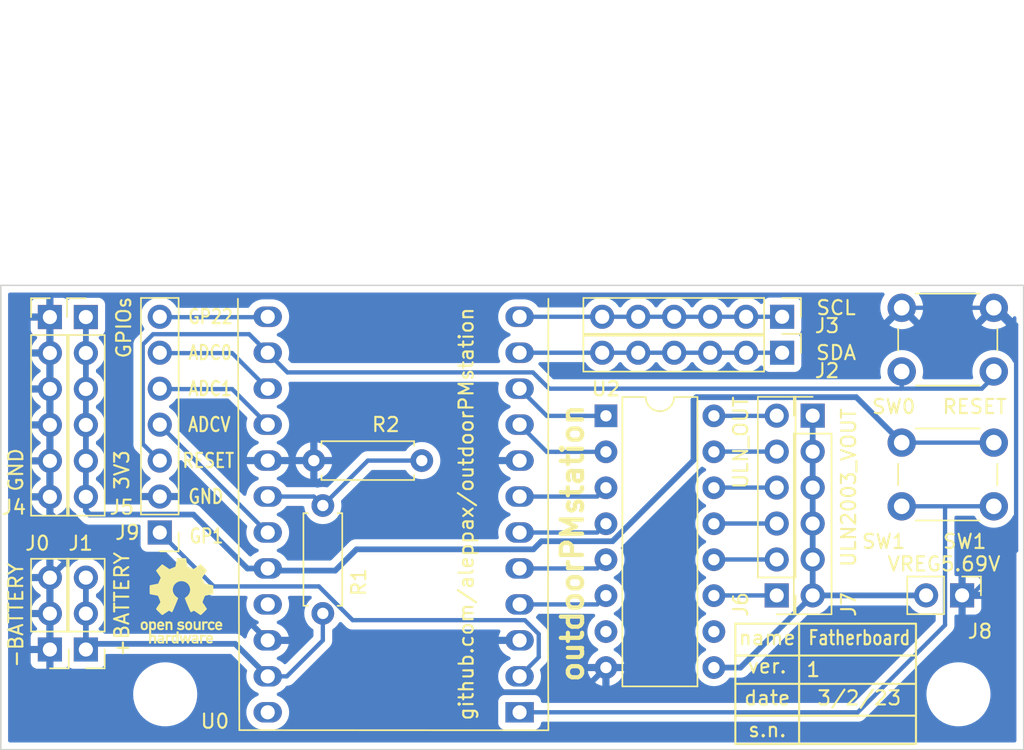
<source format=kicad_pcb>
(kicad_pcb (version 20211014) (generator pcbnew)
  (layers (0 "F.Cu" signal) (31 "B.Cu" signal) (34 "B.Paste" user) (35 "F.Paste" user) (36 "B.SilkS" user "B.Silkscreen") (37 "F.SilkS" user "F.Silkscreen") (38 "B.Mask" user) (39 "F.Mask" user) (44 "Edge.Cuts" user))
  (net 0 "")
  (net 1 "GND")
  (net 2 "Net-(J1-Pad1)")
  (net 3 "I2C_SDA")
  (net 4 "I2C_SCL")
  (net 5 "3V3")
  (net 6 "/GP1")
  (net 7 "Net-(J6-Pad1)")
  (net 8 "Net-(J6-Pad2)")
  (net 9 "Net-(J6-Pad3)")
  (net 10 "Net-(J6-Pad4)")
  (net 11 "Net-(J6-Pad5)")
  (net 12 "Net-(J6-Pad6)")
  (net 13 "/GP22")
  (net 14 "/ADC1")
  (net 15 "/ADC0")
  (net 16 "Net-(U0-Pad4)")
  (net 17 "Net-(U0-Pad5)")
  (net 18 "Net-(U0-Pad6)")
  (net 19 "Net-(J7-Pad1)")
  (net 20 "/ADC_VREF")
  (net 21 "Net-(R1-Pad1)")
  (net 22 "Net-(U0-Pad7)")
  (net 23 "Net-(U0-Pad9)")
  (net 24 "Net-(U0-Pad10)")
  (net 28 "/GP0")
  (net 29 "/RESET")
  (footprint "Connector_PinHeader_2.54mm:PinHeader_1x03_P2.54mm_Vertical" (layer "F.Cu") (at 110.86 107.325 180)
    (fp_text reference "J0" (at 0.878 7.503) (layer "F.SilkS"))
    (fp_text value "-BATTERY" (at 2.402 2.423 90) (layer "F.SilkS"))
    (pad "1" thru_hole rect (at 0 0 180) (size 1.7 1.7) (drill 1) (layers *.Cu *.Mask) (net 1 "GND"))
    (pad "2" thru_hole oval (at 0 2.54 180) (size 1.7 1.7) (drill 1) (layers *.Cu *.Mask) (net 1 "GND"))
    (pad "3" thru_hole oval (at 0 5.08 180) (size 1.7 1.7) (drill 1) (layers *.Cu *.Mask) (net 1 "GND"))
  )
  (footprint "Connector_PinHeader_2.54mm:PinHeader_1x07_P2.54mm_Vertical" (layer "F.Cu") (at 118.618 99.06 180)
    (fp_text reference "J9" (at 2.286 0 180) (layer "F.SilkS"))
    (fp_text value "GPIOs" (at 2.54 14.478 270) (layer "F.SilkS"))
    (pad "1" thru_hole rect (at 0 0 180) (size 1.7 1.7) (drill 1) (layers *.Cu *.Mask) (net 6 "/GP1"))
    (pad "2" thru_hole oval (at 0 2.54 180) (size 1.7 1.7) (drill 1) (layers *.Cu *.Mask) (net 1 "GND"))
    (pad "3" thru_hole oval (at 0 5.08 180) (size 1.7 1.7) (drill 1) (layers *.Cu *.Mask) (net 29 "/RESET"))
    (pad "4" thru_hole oval (at 0 7.62 180) (size 1.7 1.7) (drill 1) (layers *.Cu *.Mask) (net 20 "/ADC_VREF"))
    (pad "5" thru_hole oval (at 0 10.16 180) (size 1.7 1.7) (drill 1) (layers *.Cu *.Mask) (net 14 "/ADC1"))
    (pad "6" thru_hole oval (at 0 12.7 180) (size 1.7 1.7) (drill 1) (layers *.Cu *.Mask) (net 15 "/ADC0"))
    (pad "7" thru_hole oval (at 0 15.24 180) (size 1.7 1.7) (drill 1) (layers *.Cu *.Mask) (net 13 "/GP22"))
  )
  (footprint "MountingHole:MountingHole_3.5mm" (layer "F.Cu") (at 175 110.49 180)
    (fp_text reference "REF**" hide)
    (fp_text value "MountingHole_3.5mm" hide)
    (pad "" np_thru_hole circle (at 0 0 180) (size 3.5 3.5) (drill 3.5) (layers *.Cu *.Mask))
  )
  (footprint "MountingHole:MountingHole_3.5mm" (layer "F.Cu") (at 119 110.49 180)
    (fp_text reference "REF**" hide)
    (fp_text value "MountingHole_3.5mm" hide)
    (pad "" np_thru_hole circle (at 0 0 180) (size 3.5 3.5) (drill 3.5) (layers *.Cu *.Mask))
  )
  (footprint "Connector_PinHeader_2.54mm:PinHeader_1x06_P2.54mm_Vertical" (layer "F.Cu") (at 162.169 103.505 180)
    (fp_text reference "J6" (at 2.54 -0.635 90) (layer "F.SilkS"))
    (fp_text value "ULN_OUT" (at 2.54 10.795 90) (layer "F.SilkS"))
    (pad "1" thru_hole rect (at 0 0 180) (size 1.7 1.7) (drill 1) (layers *.Cu *.Mask) (net 7 "Net-(J6-Pad1)"))
    (pad "2" thru_hole oval (at 0 2.54 180) (size 1.7 1.7) (drill 1) (layers *.Cu *.Mask) (net 8 "Net-(J6-Pad2)"))
    (pad "3" thru_hole oval (at 0 5.08 180) (size 1.7 1.7) (drill 1) (layers *.Cu *.Mask) (net 9 "Net-(J6-Pad3)"))
    (pad "4" thru_hole oval (at 0 7.62 180) (size 1.7 1.7) (drill 1) (layers *.Cu *.Mask) (net 10 "Net-(J6-Pad4)"))
    (pad "5" thru_hole oval (at 0 10.16 180) (size 1.7 1.7) (drill 1) (layers *.Cu *.Mask) (net 11 "Net-(J6-Pad5)"))
    (pad "6" thru_hole oval (at 0 12.7 180) (size 1.7 1.7) (drill 1) (layers *.Cu *.Mask) (net 12 "Net-(J6-Pad6)"))
  )
  (footprint "Package_DIP:DIP-16_W7.62mm" (layer "F.Cu") (at 150.114 90.82)
    (fp_text reference "U2" (at 0 -1.905) (layer "F.SilkS"))
    (fp_text value "ULN2003A")
    (pad "1" thru_hole rect (at 0 0) (size 1.6 1.6) (drill 0.8) (layers *.Cu *.Mask) (net 24 "Net-(U0-Pad10)"))
    (pad "2" thru_hole oval (at 0 2.54) (size 1.6 1.6) (drill 0.8) (layers *.Cu *.Mask) (net 23 "Net-(U0-Pad9)"))
    (pad "3" thru_hole oval (at 0 5.08) (size 1.6 1.6) (drill 0.8) (layers *.Cu *.Mask) (net 22 "Net-(U0-Pad7)"))
    (pad "4" thru_hole oval (at 0 7.62) (size 1.6 1.6) (drill 0.8) (layers *.Cu *.Mask) (net 18 "Net-(U0-Pad6)"))
    (pad "5" thru_hole oval (at 0 10.16) (size 1.6 1.6) (drill 0.8) (layers *.Cu *.Mask) (net 17 "Net-(U0-Pad5)"))
    (pad "6" thru_hole oval (at 0 12.7) (size 1.6 1.6) (drill 0.8) (layers *.Cu *.Mask) (net 16 "Net-(U0-Pad4)"))
    (pad "7" thru_hole oval (at 0 15.24) (size 1.6 1.6) (drill 0.8) (layers *.Cu *.Mask) (net 6 "/GP1"))
    (pad "8" thru_hole oval (at 0 17.78) (size 1.6 1.6) (drill 0.8) (layers *.Cu *.Mask) (net 1 "GND"))
    (pad "9" thru_hole oval (at 7.62 17.78) (size 1.6 1.6) (drill 0.8) (layers *.Cu *.Mask) (net 19 "Net-(J7-Pad1)"))
    (pad "10" thru_hole oval (at 7.62 15.24) (size 1.6 1.6) (drill 0.8) (layers *.Cu *.Mask))
    (pad "11" thru_hole oval (at 7.62 12.7) (size 1.6 1.6) (drill 0.8) (layers *.Cu *.Mask) (net 7 "Net-(J6-Pad1)"))
    (pad "12" thru_hole oval (at 7.62 10.16) (size 1.6 1.6) (drill 0.8) (layers *.Cu *.Mask) (net 8 "Net-(J6-Pad2)"))
    (pad "13" thru_hole oval (at 7.62 7.62) (size 1.6 1.6) (drill 0.8) (layers *.Cu *.Mask) (net 9 "Net-(J6-Pad3)"))
    (pad "14" thru_hole oval (at 7.62 5.08) (size 1.6 1.6) (drill 0.8) (layers *.Cu *.Mask) (net 10 "Net-(J6-Pad4)"))
    (pad "15" thru_hole oval (at 7.62 2.54) (size 1.6 1.6) (drill 0.8) (layers *.Cu *.Mask) (net 11 "Net-(J6-Pad5)"))
    (pad "16" thru_hole oval (at 7.62 0) (size 1.6 1.6) (drill 0.8) (layers *.Cu *.Mask) (net 12 "Net-(J6-Pad6)"))
  )
  (footprint "Connector_PinHeader_2.54mm:PinHeader_1x06_P2.54mm_Vertical" (layer "F.Cu") (at 113.4 83.84)
    (fp_text reference "J5" (at 2.54 13.442) (layer "F.SilkS"))
    (fp_text value "3V3" (at 2.54 10.795 90) (layer "F.SilkS"))
    (pad "1" thru_hole rect (at 0 0) (size 1.7 1.7) (drill 1) (layers *.Cu *.Mask) (net 5 "3V3"))
    (pad "2" thru_hole oval (at 0 2.54) (size 1.7 1.7) (drill 1) (layers *.Cu *.Mask) (net 5 "3V3"))
    (pad "3" thru_hole oval (at 0 5.08) (size 1.7 1.7) (drill 1) (layers *.Cu *.Mask) (net 5 "3V3"))
    (pad "4" thru_hole oval (at 0 7.62) (size 1.7 1.7) (drill 1) (layers *.Cu *.Mask) (net 5 "3V3"))
    (pad "5" thru_hole oval (at 0 10.16) (size 1.7 1.7) (drill 1) (layers *.Cu *.Mask) (net 5 "3V3"))
    (pad "6" thru_hole oval (at 0 12.7) (size 1.7 1.7) (drill 1) (layers *.Cu *.Mask) (net 5 "3V3"))
  )
  (footprint "Connector_PinHeader_2.54mm:PinHeader_1x06_P2.54mm_Vertical" (layer "F.Cu") (at 110.86 83.84)
    (fp_text reference "J4" (at -2.54 13.442) (layer "F.SilkS"))
    (fp_text value "GND" (at -2.402 10.795 90) (layer "F.SilkS"))
    (pad "1" thru_hole rect (at 0 0) (size 1.7 1.7) (drill 1) (layers *.Cu *.Mask) (net 1 "GND"))
    (pad "2" thru_hole oval (at 0 2.54) (size 1.7 1.7) (drill 1) (layers *.Cu *.Mask) (net 1 "GND"))
    (pad "3" thru_hole oval (at 0 5.08) (size 1.7 1.7) (drill 1) (layers *.Cu *.Mask) (net 1 "GND"))
    (pad "4" thru_hole oval (at 0 7.62) (size 1.7 1.7) (drill 1) (layers *.Cu *.Mask) (net 1 "GND"))
    (pad "5" thru_hole oval (at 0 10.16) (size 1.7 1.7) (drill 1) (layers *.Cu *.Mask) (net 1 "GND"))
    (pad "6" thru_hole oval (at 0 12.7) (size 1.7 1.7) (drill 1) (layers *.Cu *.Mask) (net 1 "GND"))
  )
  (footprint "Button_Switch_THT:SW_PUSH_6mm_H5mm" (layer "F.Cu") (at 170.994 92.71)
    (fp_text reference "SW1" (at -1.27 6.985) (layer "F.SilkS"))
    (fp_text value "SW1" (at 4.445 6.985) (layer "F.SilkS"))
    (pad "1" thru_hole circle (at 0 0 90) (size 2 2) (drill 1.1) (layers *.Cu *.Mask) (net 5 "3V3"))
    (pad "1" thru_hole circle (at 6.5 0 90) (size 2 2) (drill 1.1) (layers *.Cu *.Mask) (net 5 "3V3"))
    (pad "2" thru_hole circle (at 6.5 4.5 90) (size 2 2) (drill 1.1) (layers *.Cu *.Mask) (net 28 "/GP0"))
    (pad "2" thru_hole circle (at 0 4.5 90) (size 2 2) (drill 1.1) (layers *.Cu *.Mask) (net 28 "/GP0"))
  )
  (footprint "Connector_PinHeader_2.54mm:PinHeader_1x06_P2.54mm_Vertical" (layer "F.Cu") (at 164.709 90.805)
    (fp_text reference "J7" (at 2.54 13.335 90) (layer "F.SilkS"))
    (fp_text value "ULN2003_VOUT" (at 2.54 5.08 90) (layer "F.SilkS"))
    (pad "1" thru_hole rect (at 0 0) (size 1.7 1.7) (drill 1) (layers *.Cu *.Mask) (net 19 "Net-(J7-Pad1)"))
    (pad "2" thru_hole oval (at 0 2.54) (size 1.7 1.7) (drill 1) (layers *.Cu *.Mask) (net 19 "Net-(J7-Pad1)"))
    (pad "3" thru_hole oval (at 0 5.08) (size 1.7 1.7) (drill 1) (layers *.Cu *.Mask) (net 19 "Net-(J7-Pad1)"))
    (pad "4" thru_hole oval (at 0 7.62) (size 1.7 1.7) (drill 1) (layers *.Cu *.Mask) (net 19 "Net-(J7-Pad1)"))
    (pad "5" thru_hole oval (at 0 10.16) (size 1.7 1.7) (drill 1) (layers *.Cu *.Mask) (net 19 "Net-(J7-Pad1)"))
    (pad "6" thru_hole oval (at 0 12.7) (size 1.7 1.7) (drill 1) (layers *.Cu *.Mask) (net 19 "Net-(J7-Pad1)"))
  )
  (footprint "Socket:DIP_Socket-24_W11.9_W12.7_W15.24_W17.78_W18.5_3M_224-1275-00-0602J" (layer "F.Cu") (at 144.018 111.76 180)
    (fp_text reference "U0" (at 21.51 -0.635) (layer "F.SilkS"))
    (fp_text value "Raspberry_Pi_Pico_W")
    (pad "1" thru_hole rect (at 0 0 180) (size 2 1.44) (drill 1) (layers *.Cu *.Mask) (net 28 "/GP0"))
    (pad "2" thru_hole oval (at 0 2.54 180) (size 2 1.44) (drill 1) (layers *.Cu *.Mask) (net 6 "/GP1"))
    (pad "3" thru_hole oval (at 0 5.08 180) (size 2 1.44) (drill 1) (layers *.Cu *.Mask) (net 1 "GND"))
    (pad "4" thru_hole oval (at 0 7.62 180) (size 2 1.44) (drill 1) (layers *.Cu *.Mask) (net 16 "Net-(U0-Pad4)"))
    (pad "5" thru_hole oval (at 0 10.16 180) (size 2 1.44) (drill 1) (layers *.Cu *.Mask) (net 17 "Net-(U0-Pad5)"))
    (pad "6" thru_hole oval (at 0 12.7 180) (size 2 1.44) (drill 1) (layers *.Cu *.Mask) (net 18 "Net-(U0-Pad6)"))
    (pad "7" thru_hole oval (at 0 15.24 180) (size 2 1.44) (drill 1) (layers *.Cu *.Mask) (net 22 "Net-(U0-Pad7)"))
    (pad "8" thru_hole oval (at 0 17.78 180) (size 2 1.44) (drill 1) (layers *.Cu *.Mask) (net 1 "GND"))
    (pad "9" thru_hole oval (at 0 20.32 180) (size 2 1.44) (drill 1) (layers *.Cu *.Mask) (net 23 "Net-(U0-Pad9)"))
    (pad "10" thru_hole oval (at 0 22.86 180) (size 2 1.44) (drill 1) (layers *.Cu *.Mask) (net 24 "Net-(U0-Pad10)"))
    (pad "11" thru_hole oval (at 0 25.4 180) (size 2 1.44) (drill 1) (layers *.Cu *.Mask) (net 3 "I2C_SDA"))
    (pad "12" thru_hole oval (at 0 27.94 180) (size 2 1.44) (drill 1) (layers *.Cu *.Mask) (net 4 "I2C_SCL"))
    (pad "29" thru_hole oval (at 17.78 27.94 180) (size 2 1.44) (drill 1) (layers *.Cu *.Mask) (net 13 "/GP22"))
    (pad "30" thru_hole oval (at 17.78 25.4 180) (size 2 1.44) (drill 1) (layers *.Cu *.Mask) (net 29 "/RESET"))
    (pad "31" thru_hole oval (at 17.78 22.86 180) (size 2 1.44) (drill 1) (layers *.Cu *.Mask) (net 15 "/ADC0"))
    (pad "32" thru_hole oval (at 17.78 20.32 180) (size 2 1.44) (drill 1) (layers *.Cu *.Mask) (net 14 "/ADC1"))
    (pad "33" thru_hole oval (at 17.78 17.78 180) (size 2 1.44) (drill 1) (layers *.Cu *.Mask) (net 1 "GND"))
    (pad "34" thru_hole oval (at 17.78 15.24 180) (size 2 1.44) (drill 1) (layers *.Cu *.Mask) (net 21 "Net-(R1-Pad1)"))
    (pad "35" thru_hole oval (at 17.78 12.7 180) (size 2 1.44) (drill 1) (layers *.Cu *.Mask) (net 20 "/ADC_VREF"))
    (pad "36" thru_hole oval (at 17.78 10.16 180) (size 2 1.44) (drill 1) (layers *.Cu *.Mask) (net 5 "3V3"))
    (pad "37" thru_hole oval (at 17.78 7.62 180) (size 2 1.44) (drill 1) (layers *.Cu *.Mask))
    (pad "38" thru_hole oval (at 17.78 5.08 180) (size 2 1.44) (drill 1) (layers *.Cu *.Mask) (net 1 "GND"))
    (pad "39" thru_hole oval (at 17.78 2.54 180) (size 2 1.44) (drill 1) (layers *.Cu *.Mask) (net 2 "Net-(J1-Pad1)"))
    (pad "40" thru_hole oval (at 17.78 0 180) (size 2 1.44) (drill 1) (layers *.Cu *.Mask))
  )
  (footprint "Connector_PinHeader_2.54mm:PinHeader_1x03_P2.54mm_Vertical" (layer "F.Cu") (at 113.4 107.325 180)
    (fp_text reference "J1" (at 0.37 7.503) (layer "F.SilkS"))
    (fp_text value "+BATTERY" (at -2.54 3.185 90) (layer "F.SilkS"))
    (pad "1" thru_hole rect (at 0 0 180) (size 1.7 1.7) (drill 1) (layers *.Cu *.Mask) (net 2 "Net-(J1-Pad1)"))
    (pad "2" thru_hole oval (at 0 2.54 180) (size 1.7 1.7) (drill 1) (layers *.Cu *.Mask) (net 2 "Net-(J1-Pad1)"))
    (pad "3" thru_hole oval (at 0 5.08 180) (size 1.7 1.7) (drill 1) (layers *.Cu *.Mask) (net 2 "Net-(J1-Pad1)"))
  )
  (footprint "Resistor_THT:R_Axial_DIN0207_L6.3mm_D2.5mm_P7.62mm_Horizontal" (layer "F.Cu") (at 137.113 93.98 180)
    (fp_text reference "R2" (at 2.54 2.54) (layer "F.SilkS"))
    (fp_text value "30K")
    (pad "1" thru_hole circle (at 0 0 180) (size 1.6 1.6) (drill 0.8) (layers *.Cu *.Mask) (net 21 "Net-(R1-Pad1)"))
    (pad "2" thru_hole oval (at 7.62 0 180) (size 1.6 1.6) (drill 0.8) (layers *.Cu *.Mask) (net 1 "GND"))
  )
  (footprint "Symbol:OSHW-Logo_5.7x6mm_SilkScreen" (layer "F.Cu") (at 120.142 103.886)
    (fp_text reference "REF**" hide)
    (fp_text value "OSHW-Logo_5.7x6mm_SilkScreen" hide)
  )
  (footprint "Connector_PinHeader_2.54mm:PinHeader_1x06_P2.54mm_Vertical" (layer "F.Cu") (at 162.55 86.36 -90)
    (fp_text reference "J2" (at 1.27 -3.175 -180) (layer "F.SilkS"))
    (fp_text value "SDA" (at 0 -3.81) (layer "F.SilkS"))
    (pad "1" thru_hole rect (at 0 0 270) (size 1.7 1.7) (drill 1) (layers *.Cu *.Mask) (net 3 "I2C_SDA"))
    (pad "2" thru_hole oval (at 0 2.54 270) (size 1.7 1.7) (drill 1) (layers *.Cu *.Mask) (net 3 "I2C_SDA"))
    (pad "3" thru_hole oval (at 0 5.08 270) (size 1.7 1.7) (drill 1) (layers *.Cu *.Mask) (net 3 "I2C_SDA"))
    (pad "4" thru_hole oval (at 0 7.62 270) (size 1.7 1.7) (drill 1) (layers *.Cu *.Mask) (net 3 "I2C_SDA"))
    (pad "5" thru_hole oval (at 0 10.16 270) (size 1.7 1.7) (drill 1) (layers *.Cu *.Mask) (net 3 "I2C_SDA"))
    (pad "6" thru_hole oval (at 0 12.7 270) (size 1.7 1.7) (drill 1) (layers *.Cu *.Mask) (net 3 "I2C_SDA"))
  )
  (footprint "Resistor_THT:R_Axial_DIN0207_L6.3mm_D2.5mm_P7.62mm_Horizontal" (layer "F.Cu") (at 130.128 97.155 -90)
    (fp_text reference "R1" (at 5.41 -2.54 90) (layer "F.SilkS"))
    (fp_text value "20K")
    (pad "1" thru_hole circle (at 0 0 270) (size 1.6 1.6) (drill 0.8) (layers *.Cu *.Mask) (net 21 "Net-(R1-Pad1)"))
    (pad "2" thru_hole oval (at 7.62 0 270) (size 1.6 1.6) (drill 0.8) (layers *.Cu *.Mask) (net 2 "Net-(J1-Pad1)"))
  )
  (footprint "Connector_PinHeader_2.54mm:PinHeader_1x02_P2.54mm_Vertical" (layer "F.Cu") (at 175.255 103.5 -90)
    (fp_text reference "J8" (at 2.54 -1.265) (layer "F.SilkS"))
    (fp_text value "VREG5.69V" (at -2.215 1.275) (layer "F.SilkS"))
    (pad "1" thru_hole rect (at 0 0 270) (size 1.7 1.7) (drill 1) (layers *.Cu *.Mask) (net 1 "GND"))
    (pad "2" thru_hole oval (at 0 2.54 270) (size 1.7 1.7) (drill 1) (layers *.Cu *.Mask) (net 19 "Net-(J7-Pad1)"))
  )
  (footprint "Button_Switch_THT:SW_PUSH_6mm_H5mm" (layer "F.Cu") (at 170.994 83.185)
    (fp_text reference "SW0" (at -0.56 6.985) (layer "F.SilkS"))
    (fp_text value "RESET" (at 5.155 6.985 180) (layer "F.SilkS"))
    (pad "1" thru_hole circle (at 0 0 90) (size 2 2) (drill 1.1) (layers *.Cu *.Mask) (net 1 "GND"))
    (pad "1" thru_hole circle (at 6.5 0 90) (size 2 2) (drill 1.1) (layers *.Cu *.Mask) (net 1 "GND"))
    (pad "2" thru_hole circle (at 0 4.5 90) (size 2 2) (drill 1.1) (layers *.Cu *.Mask) (net 29 "/RESET"))
    (pad "2" thru_hole circle (at 6.5 4.5 90) (size 2 2) (drill 1.1) (layers *.Cu *.Mask) (net 29 "/RESET"))
  )
  (footprint "Connector_PinHeader_2.54mm:PinHeader_1x06_P2.54mm_Vertical" (layer "F.Cu") (at 162.55 83.82 -90)
    (fp_text reference "J3" (at 0.635 -3.175 -180) (layer "F.SilkS"))
    (fp_text value "SCL" (at -0.635 -3.81) (layer "F.SilkS"))
    (pad "1" thru_hole rect (at 0 0 270) (size 1.7 1.7) (drill 1) (layers *.Cu *.Mask) (net 4 "I2C_SCL"))
    (pad "2" thru_hole oval (at 0 2.54 270) (size 1.7 1.7) (drill 1) (layers *.Cu *.Mask) (net 4 "I2C_SCL"))
    (pad "3" thru_hole oval (at 0 5.08 270) (size 1.7 1.7) (drill 1) (layers *.Cu *.Mask) (net 4 "I2C_SCL"))
    (pad "4" thru_hole oval (at 0 7.62 270) (size 1.7 1.7) (drill 1) (layers *.Cu *.Mask) (net 4 "I2C_SCL"))
    (pad "5" thru_hole oval (at 0 10.16 270) (size 1.7 1.7) (drill 1) (layers *.Cu *.Mask) (net 4 "I2C_SCL"))
    (pad "6" thru_hole oval (at 0 12.7 270) (size 1.7 1.7) (drill 1) (layers *.Cu *.Mask) (net 4 "I2C_SCL"))
  )
  (gr_line (start 159.25 109.75) (end 172 109.75) (layer "F.SilkS") (width 0.15))
  (gr_line (start 159.25 107.75) (end 172 107.75) (layer "F.SilkS") (width 0.15))
  (gr_line (start 159.25 112) (end 172 112) (layer "F.SilkS") (width 0.15))
  (gr_line (start 163.75 105.5) (end 163.75 114) (layer "F.SilkS") (width 0.15))
  (gr_rect (start 159.25 105.5) (end 172 114) (layer "F.SilkS") (width 0.15) (fill none))
  (gr_line (start 179.6 114.4) (end 179.6 81.6) (layer "Edge.Cuts") (width 0.1))
  (gr_line (start 107.4 114.4) (end 179.6 114.4) (layer "Edge.Cuts") (width 0.1))
  (gr_line (start 107.4 81.6) (end 107.4 114.4) (layer "Edge.Cuts") (width 0.1))
  (gr_line (start 179.6 81.6) (end 107.4 81.6) (layer "Edge.Cuts") (width 0.1))
  (gr_text "name" (at 161.5 106.5) (layer "F.SilkS") (effects (font (size 1 1))))
  (gr_text "3/2/23" (at 168 110.75) (layer "F.SilkS") (effects (font (size 1 1))))
  (gr_text "ADCV" (at 123.698 91.44) (layer "F.SilkS") (effects (font (size 1 0.8)) (justify right)))
  (gr_text "Fatherboard" (at 168 106.5) (layer "F.SilkS") (effects (font (size 1 0.8))))
  (gr_text "date" (at 161.5 110.75) (layer "F.SilkS") (effects (font (size 1 1))))
  (gr_text "GP1" (at 123.19 99.314) (layer "F.SilkS") (effects (font (size 1 0.8)) (justify right)))
  (gr_text "outdoorPMstation" (at 147.75 99.822 90) (layer "F.SilkS") (effects (font (size 1.5 1.5) (thickness 0.3))))
  (gr_text "s.n." (at 161.5 113) (layer "F.SilkS") (effects (font (size 1 1))))
  (gr_text "ADC1" (at 122.174 88.9) (layer "F.SilkS") (effects (font (size 1 0.8))))
  (gr_text "GP22" (at 122.2 83.82) (layer "F.SilkS") (effects (font (size 1 0.8))))
  (gr_text "ver." (at 161.5 108.5) (layer "F.SilkS") (effects (font (size 1 1))))
  (gr_text "github.com/aleppax/outdoorPMstation" (at 140.25 97.75 90) (layer "F.SilkS") (effects (font (size 1 1))))
  (gr_text "1" (at 164.75 108.75) (layer "F.SilkS") (effects (font (size 1 1))))
  (gr_text "GND" (at 123.19 96.52) (layer "F.SilkS") (effects (font (size 1 0.8)) (justify right)))
  (gr_text "RESET" (at 123.952 93.98) (layer "F.SilkS") (effects (font (size 1 0.8)) (justify right)))
  (gr_text "ADC0" (at 122.174 86.36) (layer "F.SilkS") (effects (font (size 1 0.8))))
  (segment (start 179.07 84.39) (end 177.865 83.185) (width 0.3048) (layer "B.Cu") (net 1))
  (segment (start 113 99.8) (end 110.86 97.66) (width 0.4064) (layer "B.Cu") (net 1))
  (segment (start 148.3708 110.3432) (end 142.0932 110.3432) (width 0.4064) (layer "B.Cu") (net 1))
  (segment (start 123.758 104.2) (end 117.6 104.2) (width 0.4064) (layer "B.Cu") (net 1))
  (segment (start 113.2 99.8) (end 113 99.8) (width 0.4064) (layer "B.Cu") (net 1))
  (segment (start 177.865 83.185) (end 171.365 83.185) (width 0.3048) (layer "B.Cu") (net 1))
  (segment (start 126.238 106.68) (end 123.758 104.2) (width 0.4064) (layer "B.Cu") (net 1))
  (segment (start 144.463 93.98) (end 144.018 93.98) (width 0.4064) (layer "B.Cu") (net 1))
  (segment (start 179.07 100.325) (end 179.07 84.39) (width 0.3048) (layer "B.Cu") (net 1))
  (segment (start 110.86 97.66) (end 110.86 96.54) (width 0.4064) (layer "B.Cu") (net 1))
  (segment (start 175.895 103.5) (end 179.07 100.325) (width 0.3048) (layer "B.Cu") (net 1))
  (segment (start 142.0932 110.3432) (end 141.75 110) (width 0.4064) (layer "B.Cu") (net 1))
  (segment (start 110.86 102.245) (end 110.86 107.325) (width 0.4064) (layer "B.Cu") (net 1))
  (segment (start 150.114 108.6) (end 148.3708 110.3432) (width 0.4064) (layer "B.Cu") (net 1))
  (segment (start 142.07 106.68) (end 144.018 106.68) (width 0.4064) (layer "B.Cu") (net 1))
  (segment (start 113 100.105) (end 113 99.8) (width 0.4064) (layer "B.Cu") (net 1))
  (segment (start 110.86 102.245) (end 113 100.105) (width 0.4064) (layer "B.Cu") (net 1))
  (segment (start 110.86 96.54) (end 110.86 83.84) (width 0.4064) (layer "B.Cu") (net 1))
  (segment (start 117.6 104.2) (end 113.2 99.8) (width 0.4064) (layer "B.Cu") (net 1))
  (segment (start 141.75 107) (end 142.07 106.68) (width 0.4064) (layer "B.Cu") (net 1))
  (segment (start 141.75 110) (end 141.75 107) (width 0.4064) (layer "B.Cu") (net 1))
  (segment (start 175.255 103.5) (end 175.895 103.5) (width 0.3048) (layer "B.Cu") (net 1))
  (segment (start 129.493 93.98) (end 126.238 93.98) (width 0.3048) (layer "B.Cu") (net 1))
  (segment (start 126.238 109.22) (end 127.588 109.22) (width 0.3048) (layer "B.Cu") (net 2))
  (segment (start 123.943 106.925) (end 126.238 109.22) (width 0.4064) (layer "B.Cu") (net 2))
  (segment (start 113.4 102.245) (end 113.4 107.325) (width 0.4064) (layer "B.Cu") (net 2))
  (segment (start 130.128 106.68) (end 130.128 104.775) (width 0.3048) (layer "B.Cu") (net 2))
  (segment (start 127.588 109.22) (end 130.128 106.68) (width 0.3048) (layer "B.Cu") (net 2))
  (segment (start 113.8 106.925) (end 123.943 106.925) (width 0.4064) (layer "B.Cu") (net 2))
  (segment (start 113.4 107.325) (end 113.8 106.925) (width 0.4064) (layer "B.Cu") (net 2))
  (segment (start 162.55 86.36) (end 144.018 86.36) (width 0.3048) (layer "B.Cu") (net 3))
  (segment (start 157.47 83.82) (end 154.93 83.82) (width 0.3048) (layer "B.Cu") (net 4))
  (segment (start 149.85 83.82) (end 144.018 83.82) (width 0.3048) (layer "B.Cu") (net 4))
  (segment (start 160.01 83.82) (end 157.47 83.82) (width 0.3048) (layer "B.Cu") (net 4))
  (segment (start 154.93 83.82) (end 152.39 83.82) (width 0.3048) (layer "B.Cu") (net 4))
  (segment (start 162.55 83.82) (end 160.01 83.82) (width 0.3048) (layer "B.Cu") (net 4))
  (segment (start 152.39 83.82) (end 149.85 83.82) (width 0.3048) (layer "B.Cu") (net 4))
  (segment (start 167.784 89.5) (end 170.994 92.71) (width 0.4064) (layer "B.Cu") (net 5))
  (segment (start 144.990045 100.25) (end 145.561845 99.6782) (width 0.4064) (layer "B.Cu") (net 5))
  (segment (start 177.494 92.71) (end 170.994 92.71) (width 0.3048) (layer "B.Cu") (net 5))
  (segment (start 124.8 101.6) (end 120.99 97.79) (width 0.4064) (layer "B.Cu") (net 5))
  (segment (start 156.2944 89.7056) (end 156.5 89.5) (width 0.4064) (layer "B.Cu") (net 5))
  (segment (start 132.5 100.25) (end 144.990045 100.25) (width 0.4064) (layer "B.Cu") (net 5))
  (segment (start 156.2944 93.961182) (end 156.2944 89.7056) (width 0.4064) (layer "B.Cu") (net 5))
  (segment (start 150.577382 99.6782) (end 156.2944 93.961182) (width 0.4064) (layer "B.Cu") (net 5))
  (segment (start 126.238 101.6) (end 126.388 101.75) (width 0.4064) (layer "B.Cu") (net 5))
  (segment (start 120.99 97.79) (end 113.665 97.79) (width 0.4064) (layer "B.Cu") (net 5))
  (segment (start 113.4 96.54) (end 113.4 88.92) (width 0.4064) (layer "B.Cu") (net 5))
  (segment (start 156.5 89.5) (end 167.784 89.5) (width 0.4064) (layer "B.Cu") (net 5))
  (segment (start 113.665 97.79) (end 113.4 97.525) (width 0.4064) (layer "B.Cu") (net 5))
  (segment (start 131 101.75) (end 132.5 100.25) (width 0.4064) (layer "B.Cu") (net 5))
  (segment (start 113.4 97.525) (end 113.4 96.54) (width 0.4064) (layer "B.Cu") (net 5))
  (segment (start 145.561845 99.6782) (end 150.577382 99.6782) (width 0.4064) (layer "B.Cu") (net 5))
  (segment (start 126.238 101.6) (end 124.8 101.6) (width 0.4064) (layer "B.Cu") (net 5))
  (segment (start 113.4 88.92) (end 113.4 83.84) (width 0.4064) (layer "B.Cu") (net 5))
  (segment (start 126.388 101.75) (end 131 101.75) (width 0.4064) (layer "B.Cu") (net 5))
  (segment (start 132.23508 105.25234) (end 129.85274 102.87) (width 0.3048) (layer "B.Cu") (net 6))
  (segment (start 122.428 102.87) (end 118.618 99.06) (width 0.3048) (layer "B.Cu") (net 6))
  (segment (start 145.3704 107.8676) (end 145.3704 106.235797) (width 0.3048) (layer "B.Cu") (net 6))
  (segment (start 145.3704 106.235797) (end 144.386943 105.25234) (width 0.3048) (layer "B.Cu") (net 6))
  (segment (start 144.386943 105.25234) (end 132.23508 105.25234) (width 0.3048) (layer "B.Cu") (net 6))
  (segment (start 129.85274 102.87) (end 122.428 102.87) (width 0.3048) (layer "B.Cu") (net 6))
  (segment (start 144.018 109.22) (end 145.3704 107.8676) (width 0.3048) (layer "B.Cu") (net 6))
  (segment (start 157.749 103.505) (end 162.169 103.505) (width 0.3048) (layer "B.Cu") (net 7))
  (segment (start 157.734 103.52) (end 157.749 103.505) (width 0.3048) (layer "B.Cu") (net 7))
  (segment (start 157.749 100.965) (end 162.169 100.965) (width 0.3048) (layer "B.Cu") (net 8))
  (segment (start 157.734 100.98) (end 157.749 100.965) (width 0.3048) (layer "B.Cu") (net 8))
  (segment (start 157.734 98.44) (end 157.749 98.425) (width 0.3048) (layer "B.Cu") (net 9))
  (segment (start 157.749 98.425) (end 162.169 98.425) (width 0.3048) (layer "B.Cu") (net 9))
  (segment (start 157.749 95.885) (end 162.169 95.885) (width 0.3048) (layer "B.Cu") (net 10))
  (segment (start 157.734 95.9) (end 157.749 95.885) (width 0.3048) (layer "B.Cu") (net 10))
  (segment (start 157.734 93.36) (end 157.749 93.345) (width 0.3048) (layer "B.Cu") (net 11))
  (segment (start 157.749 93.345) (end 162.169 93.345) (width 0.3048) (layer "B.Cu") (net 11))
  (segment (start 162.154 90.82) (end 162.169 90.805) (width 0.3048) (layer "B.Cu") (net 12))
  (segment (start 157.734 90.82) (end 162.154 90.82) (width 0.3048) (layer "B.Cu") (net 12))
  (segment (start 118.618 83.85) (end 126.208 83.85) (width 0.3048) (layer "B.Cu") (net 13))
  (segment (start 118.618 88.93) (end 123.728 88.93) (width 0.3048) (layer "B.Cu") (net 14))
  (segment (start 123.728 88.93) (end 126.238 91.44) (width 0.3048) (layer "B.Cu") (net 14))
  (segment (start 123.728 86.39) (end 126.238 88.9) (width 0.3048) (layer "B.Cu") (net 15))
  (segment (start 118.618 86.39) (end 123.728 86.39) (width 0.3048) (layer "B.Cu") (net 15))
  (segment (start 144.018 104.14) (end 149.494 104.14) (width 0.3048) (layer "B.Cu") (net 16))
  (segment (start 149.494 104.14) (end 150.114 103.52) (width 0.3048) (layer "B.Cu") (net 16))
  (segment (start 149.494 101.6) (end 150.114 100.98) (width 0.3048) (layer "B.Cu") (net 17))
  (segment (start 144.018 101.6) (end 149.494 101.6) (width 0.3048) (layer "B.Cu") (net 17))
  (segment (start 149.494 99.06) (end 150.114 98.44) (width 0.3048) (layer "B.Cu") (net 18))
  (segment (start 144.018 99.06) (end 149.494 99.06) (width 0.3048) (layer "B.Cu") (net 18))
  (segment (start 157.734 108.6) (end 159.614 108.6) (width 0.4064) (layer "B.Cu") (net 19))
  (segment (start 172.71 103.505) (end 172.715 103.5) (width 0.4064) (layer "B.Cu") (net 19))
  (segment (start 159.614 108.6) (end 164.709 103.505) (width 0.4064) (layer "B.Cu") (net 19))
  (segment (start 164.709 103.505) (end 164.709 90.805) (width 0.4064) (layer "B.Cu") (net 19))
  (segment (start 164.709 103.505) (end 172.71 103.505) (width 0.4064) (layer "B.Cu") (net 19))
  (segment (start 118.618 91.47) (end 126.208 99.06) (width 0.3048) (layer "B.Cu") (net 20))
  (segment (start 126.208 99.06) (end 126.238 99.06) (width 0.3048) (layer "B.Cu") (net 20))
  (segment (start 137.113 93.98) (end 133.303 93.98) (width 0.3048) (layer "B.Cu") (net 21))
  (segment (start 133.303 93.98) (end 130.128 97.155) (width 0.3048) (layer "B.Cu") (net 21))
  (segment (start 129.493 96.52) (end 130.128 97.155) (width 0.3048) (layer "B.Cu") (net 21))
  (segment (start 126.238 96.52) (end 129.493 96.52) (width 0.3048) (layer "B.Cu") (net 21))
  (segment (start 144.018 96.52) (end 149.494 96.52) (width 0.3048) (layer "B.Cu") (net 22))
  (segment (start 149.494 96.52) (end 150.114 95.9) (width 0.3048) (layer "B.Cu") (net 22))
  (segment (start 146.558 93.36) (end 145.938 93.36) (width 0.3048) (layer "B.Cu") (net 23))
  (segment (start 150.114 93.36) (end 146.558 93.36) (width 0.3048) (layer "B.Cu") (net 23))
  (segment (start 145.938 93.36) (end 144.018 91.44) (width 0.3048) (layer "B.Cu") (net 23))
  (segment (start 145.938 90.82) (end 144.018 88.9) (width 0.3048) (layer "B.Cu") (net 24))
  (segment (start 150.114 90.82) (end 145.938 90.82) (width 0.3048) (layer "B.Cu") (net 24))
  (segment (start 177.494 97.21) (end 170.994 97.21) (width 0.3048) (layer "B.Cu") (net 28))
  (segment (start 144.018 111.76) (end 167.894 111.76) (width 0.3048) (layer "B.Cu") (net 28))
  (segment (start 174.0526 105.6014) (end 174.0526 97.282) (width 0.3048) (layer "B.Cu") (net 28))
  (segment (start 167.894 111.76) (end 174.0526 105.6014) (width 0.3048) (layer "B.Cu") (net 28))
  (segment (start 118.618 94.01) (end 117.4156 92.8076) (width 0.3048) (layer "B.Cu") (net 29))
  (segment (start 117.4156 85.7844) (end 118.1476 85.0524) (width 0.3048) (layer "B.Cu") (net 29))
  (segment (start 176.65 88.9) (end 170.942 88.9) (width 0.3048) (layer "B.Cu") (net 29))
  (segment (start 170.994 88.848) (end 170.942 88.9) (width 0.3048) (layer "B.Cu") (net 29))
  (segment (start 127.628 87.75) (end 126.238 86.36) (width 0.3048) (layer "B.Cu") (net 29))
  (segment (start 117.4156 92.8076) (end 117.4156 85.7844) (width 0.3048) (layer "B.Cu") (net 29))
  (segment (start 177.865 87.685) (end 176.65 88.9) (width 0.3048) (layer "B.Cu") (net 29))
  (segment (start 170.942 88.9) (end 146.107301 88.9) (width 0.3048) (layer "B.Cu") (net 29))
  (segment (start 144.957301 87.75) (end 127.628 87.75) (width 0.3048) (layer "B.Cu") (net 29))
  (segment (start 170.994 87.685) (end 170.994 88.848) (width 0.3048) (layer "B.Cu") (net 29))
  (segment (start 118.1476 85.0524) (end 124.9304 85.0524) (width 0.3048) (layer "B.Cu") (net 29))
  (segment (start 146.107301 88.9) (end 144.957301 87.75) (width 0.3048) (layer "B.Cu") (net 29))
  (segment (start 124.9304 85.0524) (end 126.238 86.36) (width 0.3048) (layer "B.Cu") (net 29))
  (zone (net 1) (net_name "GND") (layer "B.Cu") (connect_pads (clearance 0.508)) (min_thickness 0.254) (fill yes (thermal_gap 0.508) (thermal_bridge_width 0.508))
    (polygon (pts (xy 179.4 114.2) (xy 107.6 114.2) (xy 107.6 81.8) (xy 179.4 81.8)))
  )
)
</source>
